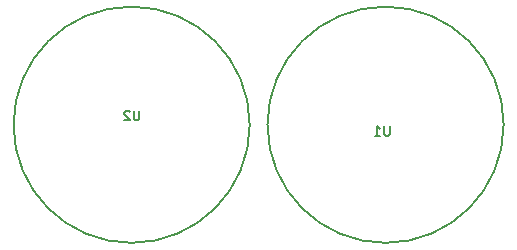
<source format=gbo>
%TF.GenerationSoftware,KiCad,Pcbnew,7.0.9*%
%TF.CreationDate,2023-12-22T14:05:00+09:00*%
%TF.ProjectId,gas_nrf52832,6761735f-6e72-4663-9532-3833322e6b69,rev?*%
%TF.SameCoordinates,Original*%
%TF.FileFunction,Legend,Bot*%
%TF.FilePolarity,Positive*%
%FSLAX46Y46*%
G04 Gerber Fmt 4.6, Leading zero omitted, Abs format (unit mm)*
G04 Created by KiCad (PCBNEW 7.0.9) date 2023-12-22 14:05:00*
%MOMM*%
%LPD*%
G01*
G04 APERTURE LIST*
%ADD10C,0.150000*%
%ADD11C,0.200000*%
G04 APERTURE END LIST*
D10*
X105179523Y-93732295D02*
X105179523Y-94379914D01*
X105179523Y-94379914D02*
X105141428Y-94456104D01*
X105141428Y-94456104D02*
X105103333Y-94494200D01*
X105103333Y-94494200D02*
X105027142Y-94532295D01*
X105027142Y-94532295D02*
X104874761Y-94532295D01*
X104874761Y-94532295D02*
X104798571Y-94494200D01*
X104798571Y-94494200D02*
X104760476Y-94456104D01*
X104760476Y-94456104D02*
X104722380Y-94379914D01*
X104722380Y-94379914D02*
X104722380Y-93732295D01*
X104379524Y-93808485D02*
X104341428Y-93770390D01*
X104341428Y-93770390D02*
X104265238Y-93732295D01*
X104265238Y-93732295D02*
X104074762Y-93732295D01*
X104074762Y-93732295D02*
X103998571Y-93770390D01*
X103998571Y-93770390D02*
X103960476Y-93808485D01*
X103960476Y-93808485D02*
X103922381Y-93884676D01*
X103922381Y-93884676D02*
X103922381Y-93960866D01*
X103922381Y-93960866D02*
X103960476Y-94075152D01*
X103960476Y-94075152D02*
X104417619Y-94532295D01*
X104417619Y-94532295D02*
X103922381Y-94532295D01*
X126397023Y-95012295D02*
X126397023Y-95659914D01*
X126397023Y-95659914D02*
X126358928Y-95736104D01*
X126358928Y-95736104D02*
X126320833Y-95774200D01*
X126320833Y-95774200D02*
X126244642Y-95812295D01*
X126244642Y-95812295D02*
X126092261Y-95812295D01*
X126092261Y-95812295D02*
X126016071Y-95774200D01*
X126016071Y-95774200D02*
X125977976Y-95736104D01*
X125977976Y-95736104D02*
X125939880Y-95659914D01*
X125939880Y-95659914D02*
X125939880Y-95012295D01*
X125139881Y-95812295D02*
X125597024Y-95812295D01*
X125368452Y-95812295D02*
X125368452Y-95012295D01*
X125368452Y-95012295D02*
X125444643Y-95126580D01*
X125444643Y-95126580D02*
X125520833Y-95202771D01*
X125520833Y-95202771D02*
X125597024Y-95240866D01*
D11*
X114550000Y-94900000D02*
G75*
G03*
X114550000Y-94900000I-10000000J0D01*
G01*
X136050000Y-94900000D02*
G75*
G03*
X136050000Y-94900000I-10000000J0D01*
G01*
M02*

</source>
